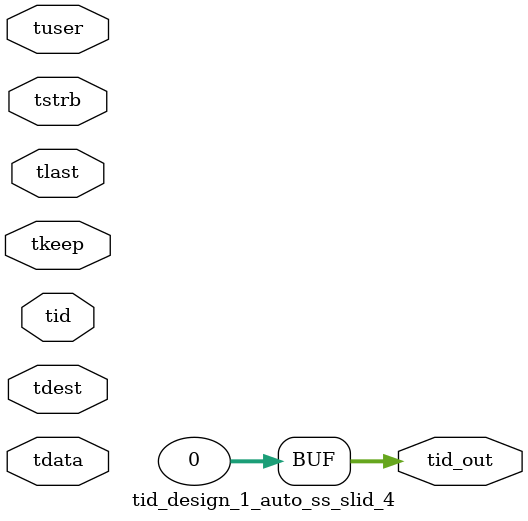
<source format=v>


`timescale 1ps/1ps

module tid_design_1_auto_ss_slid_4 #
(
parameter C_S_AXIS_TID_WIDTH   = 1,
parameter C_S_AXIS_TUSER_WIDTH = 0,
parameter C_S_AXIS_TDATA_WIDTH = 0,
parameter C_S_AXIS_TDEST_WIDTH = 0,
parameter C_M_AXIS_TID_WIDTH   = 32
)
(
input  [(C_S_AXIS_TID_WIDTH   == 0 ? 1 : C_S_AXIS_TID_WIDTH)-1:0       ] tid,
input  [(C_S_AXIS_TDATA_WIDTH == 0 ? 1 : C_S_AXIS_TDATA_WIDTH)-1:0     ] tdata,
input  [(C_S_AXIS_TUSER_WIDTH == 0 ? 1 : C_S_AXIS_TUSER_WIDTH)-1:0     ] tuser,
input  [(C_S_AXIS_TDEST_WIDTH == 0 ? 1 : C_S_AXIS_TDEST_WIDTH)-1:0     ] tdest,
input  [(C_S_AXIS_TDATA_WIDTH/8)-1:0 ] tkeep,
input  [(C_S_AXIS_TDATA_WIDTH/8)-1:0 ] tstrb,
input                                                                    tlast,
output [(C_M_AXIS_TID_WIDTH   == 0 ? 1 : C_M_AXIS_TID_WIDTH)-1:0       ] tid_out
);

assign tid_out = {1'b0};

endmodule


</source>
